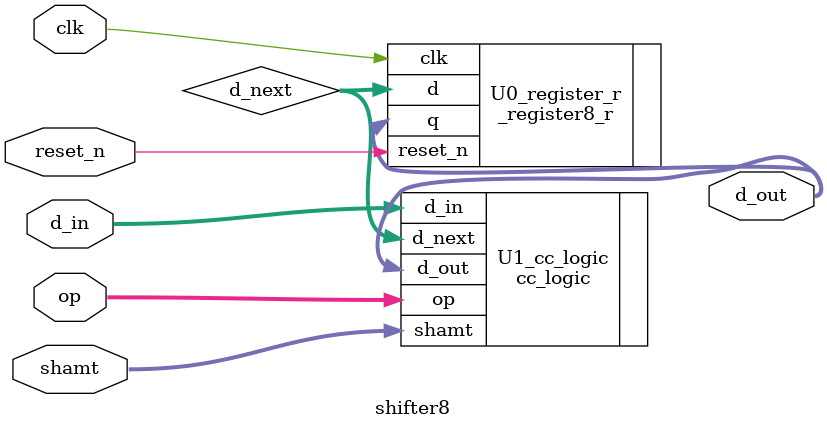
<source format=v>
module shifter8(clk, reset_n, op, shamt, d_in, d_out);
	input clk, reset_n;		//input clk, reset_n
	input [2:0] op; 		//3bit op
	input [1:0] shamt; 		//2bit shamt
	input [7:0] d_in; 		//8bit d_in
	output [7:0] d_out; 	//8bit d_out
	wire  [7:0] d_next;		//8bit d_next
	
	_register8_r U0_register_r(.clk(clk), .reset_n(reset_n), 
								.d(d_next), .q(d_out));	 
								//instance register8
	
	cc_logic	U1_cc_logic(.op(op), .shamt(shamt), .d_in(d_in), 
								.d_out(d_out), .d_next(d_next)); 
								//instacne cc_logic

endmodule

</source>
